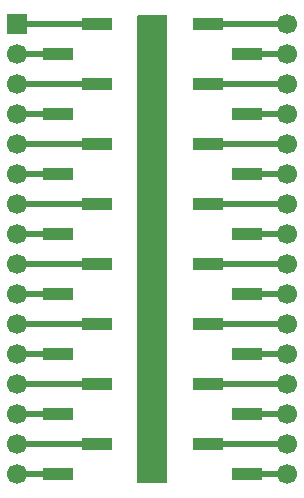
<source format=gbl>
G04 #@! TF.GenerationSoftware,KiCad,Pcbnew,9.0.6*
G04 #@! TF.CreationDate,2026-01-07T21:32:32-06:00*
G04 #@! TF.ProjectId,QFP-32_5x5_P0.5,5146502d-3332-45f3-9578-355f50302e35,rev?*
G04 #@! TF.SameCoordinates,Original*
G04 #@! TF.FileFunction,Copper,L2,Bot*
G04 #@! TF.FilePolarity,Positive*
%FSLAX46Y46*%
G04 Gerber Fmt 4.6, Leading zero omitted, Abs format (unit mm)*
G04 Created by KiCad (PCBNEW 9.0.6) date 2026-01-07 21:32:32*
%MOMM*%
%LPD*%
G01*
G04 APERTURE LIST*
G04 #@! TA.AperFunction,ComponentPad*
%ADD10R,1.700000X1.700000*%
G04 #@! TD*
G04 #@! TA.AperFunction,ComponentPad*
%ADD11C,1.700000*%
G04 #@! TD*
G04 #@! TA.AperFunction,SMDPad,CuDef*
%ADD12R,2.510000X1.000000*%
G04 #@! TD*
G04 #@! TA.AperFunction,Conductor*
%ADD13C,0.500000*%
G04 #@! TD*
G04 APERTURE END LIST*
D10*
X127000000Y-101600000D03*
D11*
X127000000Y-104140000D03*
X127000000Y-106680000D03*
X127000000Y-109220000D03*
X127000000Y-111760000D03*
X127000000Y-114300000D03*
X127000000Y-116840000D03*
X127000000Y-119380000D03*
X127000000Y-121920000D03*
X127000000Y-124460000D03*
X127000000Y-127000000D03*
X127000000Y-129540000D03*
X127000000Y-132080000D03*
X127000000Y-134620000D03*
X127000000Y-137160000D03*
X127000000Y-139700000D03*
X149860000Y-101600000D03*
X149860000Y-104140000D03*
X149860000Y-106680000D03*
X149860000Y-109220000D03*
X149860000Y-111760000D03*
X149860000Y-114300000D03*
X149860000Y-116840000D03*
X149860000Y-119380000D03*
X149860000Y-121920000D03*
X149860000Y-124460000D03*
X149860000Y-127000000D03*
X149860000Y-129540000D03*
X149860000Y-132080000D03*
X149860000Y-134620000D03*
X149860000Y-137160000D03*
X149860000Y-139700000D03*
D12*
X133735000Y-101596642D03*
X130425000Y-104136642D03*
X133735000Y-106676642D03*
X130425000Y-109216642D03*
X133735000Y-111756642D03*
X130425000Y-114296642D03*
X133735000Y-116836642D03*
X130425000Y-119376642D03*
X133735000Y-121916642D03*
X130425000Y-124456642D03*
X133735000Y-126996642D03*
X130425000Y-129536642D03*
X133735000Y-132076642D03*
X130425000Y-134616642D03*
X133735000Y-137156642D03*
X130425000Y-139696642D03*
X143125000Y-101596642D03*
X146435000Y-104136642D03*
X143125000Y-106676642D03*
X146435000Y-109216642D03*
X143125000Y-111756642D03*
X146435000Y-114296642D03*
X143125000Y-116836642D03*
X146435000Y-119376642D03*
X143125000Y-121916642D03*
X146435000Y-124456642D03*
X143125000Y-126996642D03*
X146435000Y-129536642D03*
X143125000Y-132076642D03*
X146435000Y-134616642D03*
X143125000Y-137156642D03*
X146435000Y-139696642D03*
D13*
X149864999Y-114295001D02*
X146444999Y-114295001D01*
X146444999Y-114295001D02*
X146439999Y-114300001D01*
X130425000Y-124465000D02*
X127005000Y-124465000D01*
X127005000Y-106676642D02*
X127000000Y-106681642D01*
X127000000Y-106680000D02*
X133730000Y-106680000D01*
X130425000Y-114304999D02*
X127005000Y-114305000D01*
X130425000Y-119385000D02*
X127005000Y-119385000D01*
X127005000Y-101596642D02*
X127000000Y-101601642D01*
X127000000Y-101600000D02*
X133730000Y-101600000D01*
X146444999Y-104135000D02*
X146439999Y-104140000D01*
X149864999Y-104135000D02*
X146444999Y-104135000D01*
X127000000Y-116840000D02*
X133730000Y-116840000D01*
X127005000Y-116836642D02*
X127000000Y-116841642D01*
X143129999Y-111760000D02*
X149859999Y-111759999D01*
X149859999Y-111759999D02*
X149864999Y-111754999D01*
X130424999Y-104145000D02*
X127005000Y-104145000D01*
X143129999Y-101600000D02*
X149860000Y-101600000D01*
X149860000Y-101600000D02*
X149865000Y-101595000D01*
X143129999Y-121920000D02*
X149859999Y-121920000D01*
X149859999Y-121920000D02*
X149864999Y-121915000D01*
X146444998Y-124455000D02*
X146439998Y-124460000D01*
X149865000Y-124455000D02*
X146444998Y-124455000D01*
X149864999Y-134614999D02*
X146444999Y-134614999D01*
X146444999Y-134614999D02*
X146439998Y-134620000D01*
X149859999Y-132080000D02*
X149864999Y-132075000D01*
X143129999Y-132080000D02*
X149859999Y-132080000D01*
X143129999Y-137160000D02*
X149859999Y-137160000D01*
X149859999Y-137160000D02*
X149864999Y-137155001D01*
X127000000Y-121920000D02*
X133730000Y-121920000D01*
X127005000Y-121916642D02*
X127000000Y-121921642D01*
X130425000Y-134625000D02*
X127005000Y-134625000D01*
X143129999Y-116839999D02*
X149859999Y-116840000D01*
X149859999Y-116840000D02*
X149864999Y-116835000D01*
X149864999Y-129535000D02*
X146444999Y-129535000D01*
X146444999Y-129535000D02*
X146439999Y-129540000D01*
X130425000Y-139705001D02*
X127005000Y-139705000D01*
X149864999Y-109215000D02*
X146444999Y-109215000D01*
X146444999Y-109215000D02*
X146439999Y-109220000D01*
X127000000Y-137160000D02*
X133730000Y-137160000D01*
X127005000Y-137156642D02*
X127000000Y-137161642D01*
X146444999Y-119375000D02*
X146439999Y-119380000D01*
X149864999Y-119375000D02*
X146444999Y-119375000D01*
X143129998Y-106680000D02*
X149859999Y-106680000D01*
X149859999Y-106680000D02*
X149864999Y-106675000D01*
X149864999Y-139695000D02*
X146444999Y-139695000D01*
X146444999Y-139695000D02*
X146439999Y-139700000D01*
X127000000Y-111760000D02*
X133730000Y-111760000D01*
X127005000Y-111756642D02*
X127000000Y-111761642D01*
X130425000Y-109225000D02*
X127005000Y-109225000D01*
X127005000Y-132076642D02*
X127000000Y-132081642D01*
X127000000Y-132080000D02*
X133730000Y-132080000D01*
X130425000Y-129545000D02*
X127005000Y-129545000D01*
X127000000Y-127000000D02*
X133730000Y-127000000D01*
X127005000Y-126996642D02*
X127000000Y-127001642D01*
X143129999Y-127000000D02*
X149859999Y-127000000D01*
X149859999Y-127000000D02*
X149864999Y-126995000D01*
G04 #@! TA.AperFunction,Conductor*
G36*
X139643039Y-100850185D02*
G01*
X139688794Y-100902989D01*
X139700000Y-100954500D01*
X139700000Y-140345500D01*
X139680315Y-140412539D01*
X139627511Y-140458294D01*
X139576000Y-140469500D01*
X137284000Y-140469500D01*
X137216961Y-140449815D01*
X137171206Y-140397011D01*
X137160000Y-140345500D01*
X137160000Y-100954500D01*
X137179685Y-100887461D01*
X137232489Y-100841706D01*
X137284000Y-100830500D01*
X139576000Y-100830500D01*
X139643039Y-100850185D01*
G37*
G04 #@! TD.AperFunction*
M02*

</source>
